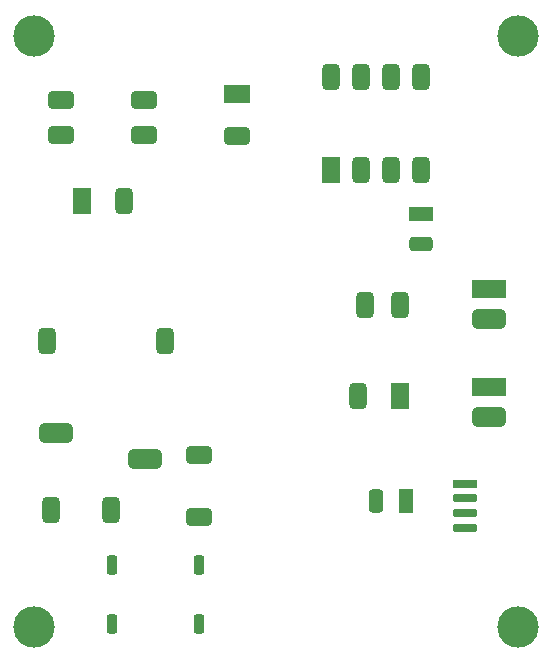
<source format=gtl>
G04*
G04 #@! TF.GenerationSoftware,Altium Limited,Altium Designer,18.1.7 (191)*
G04*
G04 Layer_Physical_Order=1*
G04 Layer_Color=255*
%FSLAX25Y25*%
%MOIN*%
G70*
G01*
G75*
G04:AMPARAMS|DCode=29|XSize=64.96mil|YSize=35.43mil|CornerRadius=8.86mil|HoleSize=0mil|Usage=FLASHONLY|Rotation=90.000|XOffset=0mil|YOffset=0mil|HoleType=Round|Shape=RoundedRectangle|*
%AMROUNDEDRECTD29*
21,1,0.06496,0.01772,0,0,90.0*
21,1,0.04724,0.03543,0,0,90.0*
1,1,0.01772,0.00886,0.02362*
1,1,0.01772,0.00886,-0.02362*
1,1,0.01772,-0.00886,-0.02362*
1,1,0.01772,-0.00886,0.02362*
%
%ADD29ROUNDEDRECTD29*%
%ADD30R,0.05906X0.08661*%
G04:AMPARAMS|DCode=31|XSize=59.06mil|YSize=86.61mil|CornerRadius=14.76mil|HoleSize=0mil|Usage=FLASHONLY|Rotation=0.000|XOffset=0mil|YOffset=0mil|HoleType=Round|Shape=RoundedRectangle|*
%AMROUNDEDRECTD31*
21,1,0.05906,0.05709,0,0,0.0*
21,1,0.02953,0.08661,0,0,0.0*
1,1,0.02953,0.01476,-0.02854*
1,1,0.02953,-0.01476,-0.02854*
1,1,0.02953,-0.01476,0.02854*
1,1,0.02953,0.01476,0.02854*
%
%ADD31ROUNDEDRECTD31*%
%ADD32R,0.04724X0.07874*%
G04:AMPARAMS|DCode=33|XSize=47.24mil|YSize=78.74mil|CornerRadius=11.81mil|HoleSize=0mil|Usage=FLASHONLY|Rotation=180.000|XOffset=0mil|YOffset=0mil|HoleType=Round|Shape=RoundedRectangle|*
%AMROUNDEDRECTD33*
21,1,0.04724,0.05512,0,0,180.0*
21,1,0.02362,0.07874,0,0,180.0*
1,1,0.02362,-0.01181,0.02756*
1,1,0.02362,0.01181,0.02756*
1,1,0.02362,0.01181,-0.02756*
1,1,0.02362,-0.01181,-0.02756*
%
%ADD33ROUNDEDRECTD33*%
%ADD34R,0.08661X0.05906*%
G04:AMPARAMS|DCode=35|XSize=59.06mil|YSize=86.61mil|CornerRadius=14.76mil|HoleSize=0mil|Usage=FLASHONLY|Rotation=270.000|XOffset=0mil|YOffset=0mil|HoleType=Round|Shape=RoundedRectangle|*
%AMROUNDEDRECTD35*
21,1,0.05906,0.05709,0,0,270.0*
21,1,0.02953,0.08661,0,0,270.0*
1,1,0.02953,-0.02854,-0.01476*
1,1,0.02953,-0.02854,0.01476*
1,1,0.02953,0.02854,0.01476*
1,1,0.02953,0.02854,-0.01476*
%
%ADD35ROUNDEDRECTD35*%
%ADD36R,0.07874X0.04724*%
G04:AMPARAMS|DCode=37|XSize=47.24mil|YSize=78.74mil|CornerRadius=11.81mil|HoleSize=0mil|Usage=FLASHONLY|Rotation=90.000|XOffset=0mil|YOffset=0mil|HoleType=Round|Shape=RoundedRectangle|*
%AMROUNDEDRECTD37*
21,1,0.04724,0.05512,0,0,90.0*
21,1,0.02362,0.07874,0,0,90.0*
1,1,0.02362,0.02756,0.01181*
1,1,0.02362,0.02756,-0.01181*
1,1,0.02362,-0.02756,-0.01181*
1,1,0.02362,-0.02756,0.01181*
%
%ADD37ROUNDEDRECTD37*%
G04:AMPARAMS|DCode=38|XSize=112.21mil|YSize=64.96mil|CornerRadius=16.24mil|HoleSize=0mil|Usage=FLASHONLY|Rotation=180.000|XOffset=0mil|YOffset=0mil|HoleType=Round|Shape=RoundedRectangle|*
%AMROUNDEDRECTD38*
21,1,0.11221,0.03248,0,0,180.0*
21,1,0.07972,0.06496,0,0,180.0*
1,1,0.03248,-0.03986,0.01624*
1,1,0.03248,0.03986,0.01624*
1,1,0.03248,0.03986,-0.01624*
1,1,0.03248,-0.03986,-0.01624*
%
%ADD38ROUNDEDRECTD38*%
G04:AMPARAMS|DCode=39|XSize=29.53mil|YSize=78.74mil|CornerRadius=7.38mil|HoleSize=0mil|Usage=FLASHONLY|Rotation=90.000|XOffset=0mil|YOffset=0mil|HoleType=Round|Shape=RoundedRectangle|*
%AMROUNDEDRECTD39*
21,1,0.02953,0.06398,0,0,90.0*
21,1,0.01476,0.07874,0,0,90.0*
1,1,0.01476,0.03199,0.00738*
1,1,0.01476,0.03199,-0.00738*
1,1,0.01476,-0.03199,-0.00738*
1,1,0.01476,-0.03199,0.00738*
%
%ADD39ROUNDEDRECTD39*%
%ADD40R,0.07874X0.02953*%
%ADD41R,0.11221X0.06496*%
G04:AMPARAMS|DCode=42|XSize=64.96mil|YSize=112.21mil|CornerRadius=16.24mil|HoleSize=0mil|Usage=FLASHONLY|Rotation=90.000|XOffset=0mil|YOffset=0mil|HoleType=Round|Shape=RoundedRectangle|*
%AMROUNDEDRECTD42*
21,1,0.06496,0.07972,0,0,90.0*
21,1,0.03248,0.11221,0,0,90.0*
1,1,0.03248,0.03986,0.01624*
1,1,0.03248,0.03986,-0.01624*
1,1,0.03248,-0.03986,-0.01624*
1,1,0.03248,-0.03986,0.01624*
%
%ADD42ROUNDEDRECTD42*%
%ADD43C,0.13780*%
D29*
X68713Y14658D02*
D03*
Y34343D02*
D03*
X40000Y14658D02*
D03*
Y34343D02*
D03*
D30*
X113000Y165949D02*
D03*
X135819Y90500D02*
D03*
X30000Y155500D02*
D03*
D31*
X123000Y165949D02*
D03*
X133000D02*
D03*
X143000D02*
D03*
Y197051D02*
D03*
X133000D02*
D03*
X123000D02*
D03*
X113000D02*
D03*
X121819Y90500D02*
D03*
X124094Y121000D02*
D03*
X135906D02*
D03*
X57528Y109000D02*
D03*
X18157D02*
D03*
X44000Y155500D02*
D03*
X39343Y52500D02*
D03*
X19657D02*
D03*
D32*
X137721Y55500D02*
D03*
D33*
X127878D02*
D03*
D34*
X81500Y191349D02*
D03*
D35*
Y177349D02*
D03*
X50500Y177500D02*
D03*
Y189311D02*
D03*
X23000Y177500D02*
D03*
Y189311D02*
D03*
X69000Y50393D02*
D03*
Y70866D02*
D03*
D36*
X143000Y151445D02*
D03*
D37*
Y141445D02*
D03*
D38*
X50764Y69669D02*
D03*
X21236Y78331D02*
D03*
D39*
X157645Y46618D02*
D03*
Y51539D02*
D03*
Y56461D02*
D03*
D40*
Y61382D02*
D03*
D41*
X165500Y93572D02*
D03*
Y126216D02*
D03*
D42*
Y83572D02*
D03*
Y116217D02*
D03*
D43*
X13780Y13780D02*
D03*
Y210630D02*
D03*
X175197Y13780D02*
D03*
Y210630D02*
D03*
M02*

</source>
